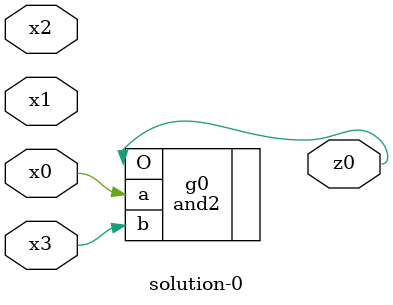
<source format=v>
module \solution-0 (
  x0, x1, x2, x3,
  z0 );
  input x0, x1, x2, x3;
  output z0;
  and2  g0(.a(x0), .b(x3), .O(z0));
endmodule

</source>
